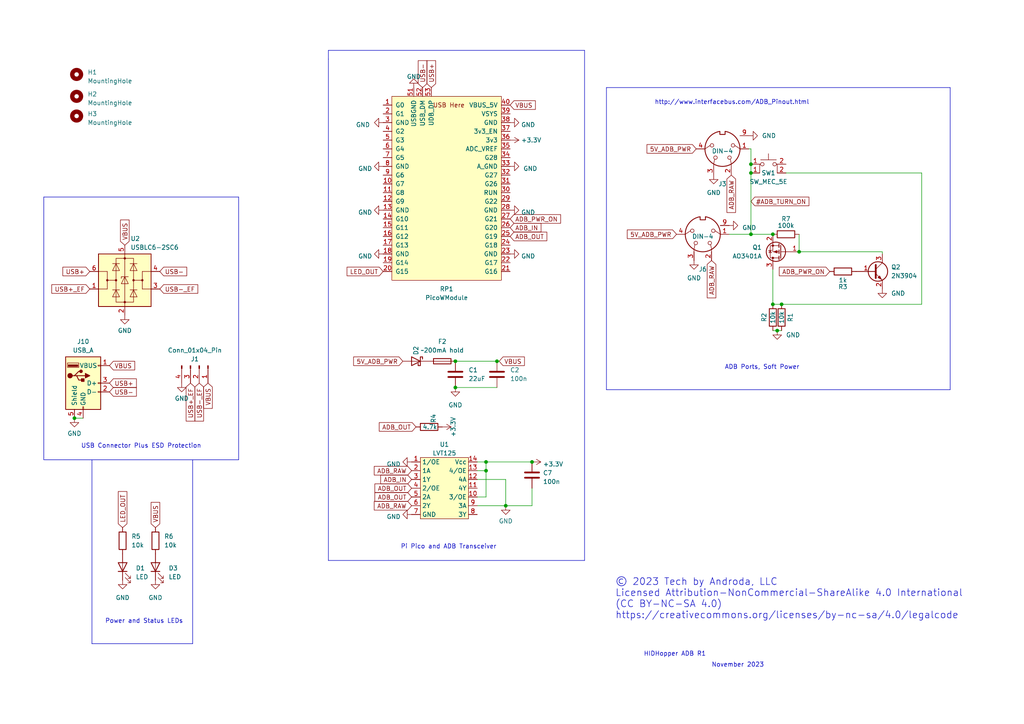
<source format=kicad_sch>
(kicad_sch (version 20230121) (generator eeschema)
  (paper "A4")
  (lib_symbols
    (symbol "Connector:Conn_01x04_Pin" (pin_names (offset 1.016) hide)
      (property "Reference" "J" (at 0 5.08 0))
      (property "Value" "Conn_01x04_Pin" (at 0 -7.62 0))
      (symbol "Conn_01x04_Pin_1_1"
        (polyline (pts (xy 1.27 -5.08) (xy 0.8636 -5.08)) (stroke (width 0.1524)))
        (polyline (pts (xy 1.27 -2.54) (xy 0.8636 -2.54)) (stroke (width 0.1524)))
        (polyline (pts (xy 1.27 0) (xy 0.8636 0)) (stroke (width 0.1524)))
        (polyline (pts (xy 1.27 2.54) (xy 0.8636 2.54)) (stroke (width 0.1524)))
        (rectangle (start 0.8636 -4.953) (end 0 -5.207) (stroke (width 0.1524)) (fill (type outline)))
        (rectangle (start 0.8636 -2.413) (end 0 -2.667) (stroke (width 0.1524)) (fill (type outline)))
        (rectangle (start 0.8636 0.127) (end 0 -0.127) (stroke (width 0.1524)) (fill (type outline)))
        (rectangle (start 0.8636 2.667) (end 0 2.413) (stroke (width 0.1524)) (fill (type outline)))
        (pin passive line (at 5.08 2.54 180) (length 3.81) (name "Pin_1") (number "1"))
        (pin passive line (at 5.08 0 180) (length 3.81) (name "Pin_2") (number "2"))
        (pin passive line (at 5.08 -2.54 180) (length 3.81) (name "Pin_3") (number "3"))
        (pin passive line (at 5.08 -5.08 180) (length 3.81) (name "Pin_4") (number "4"))
      )
    )
    (symbol "Connector:DIN-4" (pin_names (offset 1.016))
      (property "Reference" "J3" (at -0.0001 10.16 0))
      (property "Value" "DIN-4" (at -0.0001 7.62 0))
      (symbol "DIN-4_0_1"
        (arc (start -5.08 0) (mid -3.8609 -3.3364) (end -0.762 -5.08) (stroke (width 0.254)))
        (circle (center -3.048 -1.016) (radius 0.508))
        (circle (center -2.032 2.54) (radius 0.508))
        (polyline (pts (xy -3.556 -1.016) (xy -5.08 0)))
        (polyline (pts (xy 5.08 0) (xy 3.556 -1.016)))
        (polyline (pts (xy -2.54 5.08) (xy -2.54 4.318) (xy -2.286 3.048)))
        (polyline (pts (xy 2.54 5.08) (xy 2.54 4.318) (xy 2.286 3.048)))
        (polyline (pts (xy -0.762 -4.953) (xy -0.762 -4.191) (xy 0.762 -4.191) (xy 0.762 -4.953)) (stroke (width 0.254)))
        (arc (start 0.762 -5.08) (mid 3.8685 -3.343) (end 5.08 0) (stroke (width 0.254)))
        (circle (center 2.032 2.54) (radius 0.508))
        (circle (center 3.048 -1.016) (radius 0.508))
        (arc (start 5.08 0) (mid 0 5.0579) (end -5.08 0) (stroke (width 0.254)))
      )
      (symbol "DIN-4_1_1"
        (pin passive line (at -7.62 0 0) (length 2.54) (name "~") (number "1"))
        (pin passive line (at -2.54 7.62 270) (length 2.54) (name "~") (number "2"))
        (pin passive line (at 2.54 7.62 270) (length 2.54) (name "~") (number "3"))
        (pin passive line (at 7.62 0 180) (length 2.54) (name "~") (number "4"))
        (pin input line (at -7.62 -3.81 0) (length 2.54) (name "") (number "9"))
      )
    )
    (symbol "Connector:USB_A" (pin_names (offset 1.016))
      (property "Reference" "J" (at -5.08 11.43 0))
      (property "Value" "USB_A" (at -5.08 8.89 0))
      (symbol "USB_A_0_1"
        (rectangle (start -5.08 -7.62) (end 5.08 7.62) (stroke (width 0.254)) (fill (type background)))
        (circle (center -3.81 2.159) (radius 0.635) (stroke (width 0.254)) (fill (type outline)))
        (rectangle (start -1.524 4.826) (end -4.318 5.334) (fill (type outline)))
        (rectangle (start -1.27 4.572) (end -4.572 5.842))
        (circle (center -0.635 3.429) (radius 0.381) (stroke (width 0.254)) (fill (type outline)))
        (rectangle (start -0.127 -7.62) (end 0.127 -6.858))
        (polyline (pts (xy -3.175 2.159) (xy -2.54 2.159) (xy -1.27 3.429) (xy -0.635 3.429)) (stroke (width 0.254)))
        (polyline (pts (xy -2.54 2.159) (xy -1.905 2.159) (xy -1.27 0.889) (xy 0 0.889)) (stroke (width 0.254)))
        (polyline (pts (xy 0.635 2.794) (xy 0.635 1.524) (xy 1.905 2.159) (xy 0.635 2.794)) (stroke (width 0.254)) (fill (type outline)))
        (rectangle (start 0.254 1.27) (end -0.508 0.508) (stroke (width 0.254)) (fill (type outline)))
        (rectangle (start 5.08 -2.667) (end 4.318 -2.413))
        (rectangle (start 5.08 -0.127) (end 4.318 0.127))
        (rectangle (start 5.08 4.953) (end 4.318 5.207))
      )
      (symbol "USB_A_1_1"
        (polyline (pts (xy -1.905 2.159) (xy 0.635 2.159)) (stroke (width 0.254)))
        (pin power_in line (at 7.62 5.08 180) (length 2.54) (name "VBUS") (number "1"))
        (pin bidirectional line (at 7.62 -2.54 180) (length 2.54) (name "D-") (number "2"))
        (pin bidirectional line (at 7.62 0 180) (length 2.54) (name "D+") (number "3"))
        (pin power_in line (at 0 -10.16 90) (length 2.54) (name "GND") (number "4"))
        (pin passive line (at -2.54 -10.16 90) (length 2.54) (name "Shield") (number "5"))
      )
    )
    (symbol "DIN-4_1" (pin_names (offset 1.016))
      (property "Reference" "J6" (at -0.0001 10.16 0))
      (property "Value" "DIN-4" (at -0.0001 7.62 0))
      (symbol "DIN-4_1_0_1"
        (arc (start -5.08 0) (mid -3.8609 -3.3364) (end -0.762 -5.08) (stroke (width 0.254)))
        (circle (center -3.048 -1.016) (radius 0.508))
        (circle (center -2.032 2.54) (radius 0.508))
        (polyline (pts (xy -3.556 -1.016) (xy -5.08 0)))
        (polyline (pts (xy 5.08 0) (xy 3.556 -1.016)))
        (polyline (pts (xy -2.54 5.08) (xy -2.54 4.318) (xy -2.286 3.048)))
        (polyline (pts (xy 2.54 5.08) (xy 2.54 4.318) (xy 2.286 3.048)))
        (polyline (pts (xy -0.762 -4.953) (xy -0.762 -4.191) (xy 0.762 -4.191) (xy 0.762 -4.953)) (stroke (width 0.254)))
        (arc (start 0.762 -5.08) (mid 3.8685 -3.343) (end 5.08 0) (stroke (width 0.254)))
        (circle (center 2.032 2.54) (radius 0.508))
        (circle (center 3.048 -1.016) (radius 0.508))
        (arc (start 5.08 0) (mid 0 5.0579) (end -5.08 0) (stroke (width 0.254)))
      )
      (symbol "DIN-4_1_1_1"
        (pin passive line (at -7.62 0 0) (length 2.54) (name "~") (number "1"))
        (pin passive line (at -2.54 7.62 270) (length 2.54) (name "~") (number "2"))
        (pin passive line (at 2.54 7.62 270) (length 2.54) (name "~") (number "3"))
        (pin passive line (at 7.62 0 180) (length 2.54) (name "~") (number "4"))
        (pin input line (at -7.62 -2.54 0) (length 2.54) (name "") (number "9"))
      )
    )
    (symbol "Device:C" (pin_numbers hide) (pin_names (offset 0.254))
      (property "Reference" "C" (at 0.635 2.54 0))
      (property "Value" "C" (at 0.635 -2.54 0))
      (symbol "C_0_1"
        (polyline (pts (xy -2.032 -0.762) (xy 2.032 -0.762)) (stroke (width 0.508)))
        (polyline (pts (xy -2.032 0.762) (xy 2.032 0.762)) (stroke (width 0.508)))
      )
      (symbol "C_1_1"
        (pin passive line (at 0 3.81 270) (length 2.794) (name "~") (number "1"))
        (pin passive line (at 0 -3.81 90) (length 2.794) (name "~") (number "2"))
      )
    )
    (symbol "Device:D_Schottky" (pin_numbers hide) (pin_names (offset 1.016) hide)
      (property "Reference" "D" (at 0 2.54 0))
      (property "Value" "D_Schottky" (at 0 -2.54 0))
      (symbol "D_Schottky_0_1"
        (polyline (pts (xy 1.27 0) (xy -1.27 0)))
        (polyline (pts (xy 1.27 1.27) (xy 1.27 -1.27) (xy -1.27 0) (xy 1.27 1.27)) (stroke (width 0.254)))
        (polyline (pts (xy -1.905 0.635) (xy -1.905 1.27) (xy -1.27 1.27) (xy -1.27 -1.27) (xy -0.635 -1.27) (xy -0.635 -0.635)) (stroke (width 0.254)))
      )
      (symbol "D_Schottky_1_1"
        (pin passive line (at -3.81 0 0) (length 2.54) (name "K") (number "1"))
        (pin passive line (at 3.81 0 180) (length 2.54) (name "A") (number "2"))
      )
    )
    (symbol "Device:Fuse" (pin_numbers hide) (pin_names (offset 0))
      (property "Reference" "F" (at 2.032 0 90))
      (property "Value" "Fuse" (at -1.905 0 90))
      (symbol "Fuse_0_1"
        (rectangle (start -0.762 -2.54) (end 0.762 2.54) (stroke (width 0.254)))
        (polyline (pts (xy 0 2.54) (xy 0 -2.54)))
      )
      (symbol "Fuse_1_1"
        (pin passive line (at 0 3.81 270) (length 1.27) (name "~") (number "1"))
        (pin passive line (at 0 -3.81 90) (length 1.27) (name "~") (number "2"))
      )
    )
    (symbol "Device:LED" (pin_numbers hide) (pin_names (offset 1.016) hide)
      (property "Reference" "D" (at 0 2.54 0))
      (property "Value" "LED" (at 0 -2.54 0))
      (symbol "LED_0_1"
        (polyline (pts (xy -1.27 -1.27) (xy -1.27 1.27)) (stroke (width 0.254)))
        (polyline (pts (xy -1.27 0) (xy 1.27 0)))
        (polyline (pts (xy 1.27 -1.27) (xy 1.27 1.27) (xy -1.27 0) (xy 1.27 -1.27)) (stroke (width 0.254)))
        (polyline (pts (xy -3.048 -0.762) (xy -4.572 -2.286) (xy -3.81 -2.286) (xy -4.572 -2.286) (xy -4.572 -1.524)))
        (polyline (pts (xy -1.778 -0.762) (xy -3.302 -2.286) (xy -2.54 -2.286) (xy -3.302 -2.286) (xy -3.302 -1.524)))
      )
      (symbol "LED_1_1"
        (pin passive line (at -3.81 0 0) (length 2.54) (name "K") (number "1"))
        (pin passive line (at 3.81 0 180) (length 2.54) (name "A") (number "2"))
      )
    )
    (symbol "Device:R" (pin_numbers hide) (pin_names (offset 0))
      (property "Reference" "R" (at 2.032 0 90))
      (property "Value" "R" (at 0 0 90))
      (symbol "R_0_1"
        (rectangle (start -1.016 -2.54) (end 1.016 2.54) (stroke (width 0.254)))
      )
      (symbol "R_1_1"
        (pin passive line (at 0 3.81 270) (length 1.27) (name "~") (number "1"))
        (pin passive line (at 0 -3.81 90) (length 1.27) (name "~") (number "2"))
      )
    )
    (symbol "Mechanical:MountingHole" (pin_names (offset 1.016))
      (property "Reference" "H" (at 0 5.08 0))
      (property "Value" "MountingHole" (at 0 3.175 0))
      (symbol "MountingHole_0_1"
        (circle (center 0 0) (radius 1.27) (stroke (width 1.27)))
      )
    )
    (symbol "New_Library:LVT125"
      (property "Reference" "U" (at 0 0 0))
      (property "Value" "LVT125" (at 0 2.54 0))
      (symbol "LVT125_0_1"
        (rectangle (start -7.62 -1.27) (end 6.35 -19.05) (fill (type background)))
        (rectangle (start 7.62 -12.7) (end 7.62 -12.7))
      )
      (symbol "LVT125_1_1"
        (pin input line (at -10.16 -2.54 0) (length 2.54) (name "1/OE") (number "1"))
        (pin bidirectional line (at 8.89 -12.7 180) (length 2.54) (name "3/OE") (number "10"))
        (pin bidirectional line (at 8.89 -10.16 180) (length 2.54) (name "4Y") (number "11"))
        (pin bidirectional line (at 8.89 -7.62 180) (length 2.54) (name "4A") (number "12"))
        (pin bidirectional line (at 8.89 -5.08 180) (length 2.54) (name "4/OE") (number "13"))
        (pin bidirectional line (at 8.89 -2.54 180) (length 2.54) (name "Vcc") (number "14"))
        (pin bidirectional line (at -10.16 -5.08 0) (length 2.54) (name "1A") (number "2"))
        (pin bidirectional line (at -10.16 -7.62 0) (length 2.54) (name "1Y") (number "3"))
        (pin bidirectional line (at -10.16 -10.16 0) (length 2.54) (name "2/OE") (number "4"))
        (pin bidirectional line (at -10.16 -12.7 0) (length 2.54) (name "2A") (number "5"))
        (pin bidirectional line (at -10.16 -15.24 0) (length 2.54) (name "2Y") (number "6"))
        (pin bidirectional line (at -10.16 -17.78 0) (length 2.54) (name "GND") (number "7"))
        (pin bidirectional line (at 8.89 -17.78 180) (length 2.54) (name "3Y") (number "8"))
        (pin bidirectional line (at 8.89 -15.24 180) (length 2.54) (name "3A") (number "9"))
      )
    )
    (symbol "New_Library:PicoWModule" (pin_names (offset 1.016))
      (property "Reference" "RP1" (at 0 -10.16 0))
      (property "Value" "PicoWModule" (at 0 -12.7 0))
      (symbol "PicoWModule_0_0"
        (text "USB Here" (at 1.27 -3.81 0) (effects (font (size 1.27 1.27))))
      )
      (symbol "PicoWModule_0_1"
        (rectangle (start 16.51 -1.27) (end -15.24 -54.61) (fill (type background)))
      )
      (symbol "PicoWModule_1_1"
        (pin bidirectional line (at -17.78 -3.81 0) (length 2.54) (name "G0") (number "1"))
        (pin bidirectional line (at -17.78 -26.67 0) (length 2.54) (name "G7") (number "10"))
        (pin bidirectional line (at -17.78 -29.21 0) (length 2.54) (name "G8") (number "11"))
        (pin bidirectional line (at -17.78 -31.75 0) (length 2.54) (name "G9") (number "12"))
        (pin bidirectional line (at -17.78 -34.29 0) (length 2.54) (name "GND") (number "13"))
        (pin bidirectional line (at -17.78 -36.83 0) (length 2.54) (name "G10") (number "14"))
        (pin bidirectional line (at -17.78 -39.37 0) (length 2.54) (name "G11") (number "15"))
        (pin bidirectional line (at -17.78 -41.91 0) (length 2.54) (name "G12") (number "16"))
        (pin bidirectional line (at -17.78 -44.45 0) (length 2.54) (name "G13") (number "17"))
        (pin power_in line (at -17.78 -46.99 0) (length 2.54) (name "GND") (number "18"))
        (pin power_in line (at -17.78 -49.53 0) (length 2.54) (name "G14") (number "19"))
        (pin bidirectional line (at -17.78 -6.35 0) (length 2.54) (name "G1") (number "2"))
        (pin power_in line (at -17.78 -52.07 0) (length 2.54) (name "G15") (number "20"))
        (pin power_in line (at 19.05 -52.07 180) (length 2.54) (name "G16") (number "21"))
        (pin bidirectional line (at 19.05 -49.53 180) (length 2.54) (name "G17") (number "22"))
        (pin bidirectional line (at 19.05 -46.99 180) (length 2.54) (name "GND") (number "23"))
        (pin bidirectional line (at 19.05 -44.45 180) (length 2.54) (name "G18") (number "24"))
        (pin input line (at 19.05 -41.91 180) (length 2.54) (name "G19") (number "25"))
        (pin bidirectional line (at 19.05 -39.37 180) (length 2.54) (name "G20") (number "26"))
        (pin bidirectional line (at 19.05 -36.83 180) (length 2.54) (name "G21") (number "27"))
        (pin bidirectional line (at 19.05 -34.29 180) (length 2.54) (name "GND") (number "28"))
        (pin bidirectional line (at 19.05 -31.75 180) (length 2.54) (name "G22") (number "29"))
        (pin bidirectional line (at -17.78 -8.89 0) (length 2.54) (name "GND") (number "3"))
        (pin bidirectional line (at 19.05 -29.21 180) (length 2.54) (name "RUN") (number "30"))
        (pin bidirectional line (at 19.05 -26.67 180) (length 2.54) (name "G26") (number "31"))
        (pin bidirectional line (at 19.05 -24.13 180) (length 2.54) (name "G27") (number "32"))
        (pin bidirectional line (at 19.05 -21.59 180) (length 2.54) (name "A_GND") (number "33"))
        (pin bidirectional line (at 19.05 -19.05 180) (length 2.54) (name "G28") (number "34"))
        (pin bidirectional line (at 19.05 -16.51 180) (length 2.54) (name "ADC_VREF") (number "35"))
        (pin bidirectional line (at 19.05 -13.97 180) (length 2.54) (name "3v3") (number "36"))
        (pin bidirectional line (at 19.05 -11.43 180) (length 2.54) (name "3v3_EN") (number "37"))
        (pin power_in line (at 19.05 -8.89 180) (length 2.54) (name "GND") (number "38"))
        (pin power_in line (at 19.05 -6.35 180) (length 2.54) (name "VSYS") (number "39"))
        (pin bidirectional line (at -17.78 -11.43 0) (length 2.54) (name "G2") (number "4"))
        (pin power_in line (at 19.05 -3.81 180) (length 2.54) (name "VBUS_5V") (number "40"))
        (pin bidirectional line (at -17.78 -13.97 0) (length 2.54) (name "G3") (number "5"))
        (pin input line (at -8.89 1.27 270) (length 2.54) (name "USBGND") (number "51"))
        (pin input line (at -6.35 1.27 270) (length 2.54) (name "USB_DM") (number "52"))
        (pin input line (at -3.81 1.27 270) (length 2.54) (name "UDB_DP") (number "53"))
        (pin bidirectional line (at -17.78 -16.51 0) (length 2.54) (name "G4") (number "6"))
        (pin bidirectional line (at -17.78 -19.05 0) (length 2.54) (name "G5") (number "7"))
        (pin bidirectional line (at -17.78 -21.59 0) (length 2.54) (name "GND") (number "8"))
        (pin bidirectional line (at -17.78 -24.13 0) (length 2.54) (name "G6") (number "9"))
      )
    )
    (symbol "Power_Protection:USBLC6-2SC6" (pin_names hide)
      (property "Reference" "U" (at 2.54 8.89 0))
      (property "Value" "USBLC6-2SC6" (at 2.54 -8.89 0))
      (symbol "USBLC6-2SC6_0_1"
        (rectangle (start -7.62 -7.62) (end 7.62 7.62) (stroke (width 0.254)) (fill (type background)))
        (circle (center -5.08 0) (radius 0.254) (fill (type outline)))
        (circle (center -2.54 0) (radius 0.254) (fill (type outline)))
        (rectangle (start -2.54 6.35) (end 2.54 -6.35))
        (circle (center 0 -6.35) (radius 0.254) (fill (type outline)))
        (polyline (pts (xy -5.08 -2.54) (xy -7.62 -2.54)))
        (polyline (pts (xy -5.08 0) (xy -5.08 -2.54)))
        (polyline (pts (xy -5.08 2.54) (xy -7.62 2.54)))
        (polyline (pts (xy -1.524 -2.794) (xy -3.556 -2.794)))
        (polyline (pts (xy -1.524 4.826) (xy -3.556 4.826)))
        (polyline (pts (xy 0 -7.62) (xy 0 -6.35)))
        (polyline (pts (xy 0 -6.35) (xy 0 1.27)))
        (polyline (pts (xy 0 1.27) (xy 0 6.35)))
        (polyline (pts (xy 0 6.35) (xy 0 7.62)))
        (polyline (pts (xy 1.524 -2.794) (xy 3.556 -2.794)))
        (polyline (pts (xy 1.524 4.826) (xy 3.556 4.826)))
        (polyline (pts (xy 5.08 -2.54) (xy 7.62 -2.54)))
        (polyline (pts (xy 5.08 0) (xy 5.08 -2.54)))
        (polyline (pts (xy 5.08 2.54) (xy 7.62 2.54)))
        (polyline (pts (xy -2.54 0) (xy -5.08 0) (xy -5.08 2.54)))
        (polyline (pts (xy 2.54 0) (xy 5.08 0) (xy 5.08 2.54)))
        (polyline (pts (xy -3.556 -4.826) (xy -1.524 -4.826) (xy -2.54 -2.794) (xy -3.556 -4.826)))
        (polyline (pts (xy -3.556 2.794) (xy -1.524 2.794) (xy -2.54 4.826) (xy -3.556 2.794)))
        (polyline (pts (xy -1.016 -1.016) (xy 1.016 -1.016) (xy 0 1.016) (xy -1.016 -1.016)))
        (polyline (pts (xy 1.016 1.016) (xy 0.762 1.016) (xy -1.016 1.016) (xy -1.016 0.508)))
        (polyline (pts (xy 3.556 -4.826) (xy 1.524 -4.826) (xy 2.54 -2.794) (xy 3.556 -4.826)))
        (polyline (pts (xy 3.556 2.794) (xy 1.524 2.794) (xy 2.54 4.826) (xy 3.556 2.794)))
        (circle (center 0 6.35) (radius 0.254) (fill (type outline)))
        (circle (center 2.54 0) (radius 0.254) (fill (type outline)))
        (circle (center 5.08 0) (radius 0.254) (fill (type outline)))
      )
      (symbol "USBLC6-2SC6_1_1"
        (pin passive line (at -10.16 -2.54 0) (length 2.54) (name "I/O1") (number "1"))
        (pin passive line (at 0 -10.16 90) (length 2.54) (name "GND") (number "2"))
        (pin passive line (at 10.16 -2.54 180) (length 2.54) (name "I/O2") (number "3"))
        (pin passive line (at 10.16 2.54 180) (length 2.54) (name "I/O2") (number "4"))
        (pin passive line (at 0 10.16 270) (length 2.54) (name "VBUS") (number "5"))
        (pin passive line (at -10.16 2.54 0) (length 2.54) (name "I/O1") (number "6"))
      )
    )
    (symbol "Switch:SW_MEC_5E" (pin_names (offset 1.016) hide)
      (property "Reference" "SW1" (at 0 10.16 0))
      (property "Value" "SW_MEC_5E" (at 0 7.62 0))
      (symbol "SW_MEC_5E_0_1"
        (circle (center -1.778 2.54) (radius 0.508))
        (polyline (pts (xy -2.286 3.81) (xy 2.286 3.81)))
        (polyline (pts (xy 0 3.81) (xy 0 5.588)))
        (polyline (pts (xy -2.54 0) (xy -2.54 2.54) (xy -2.286 2.54)))
        (polyline (pts (xy 2.54 0) (xy 2.54 2.54) (xy 2.286 2.54)))
        (circle (center 1.778 2.54) (radius 0.508))
        (pin passive line (at -5.08 0 0) (length 2.54) (name "1") (number "1"))
        (pin passive line (at -5.08 2.54 0) (length 2.54) (name "1") (number "1"))
        (pin passive line (at 5.08 0 180) (length 2.54) (name "2") (number "2"))
        (pin passive line (at 5.08 2.54 180) (length 2.54) (name "2") (number "2"))
      )
    )
    (symbol "Transistor_BJT:2N3904" (pin_names (offset 0) hide)
      (property "Reference" "Q5" (at 5.08 1.2701 0))
      (property "Value" "2N3904" (at 5.08 -1.2699 0))
      (symbol "2N3904_0_1"
        (polyline (pts (xy 0.635 0.635) (xy 2.54 2.54)))
        (polyline (pts (xy 0.635 -0.635) (xy 2.54 -2.54) (xy 2.54 -2.54)))
        (polyline (pts (xy 0.635 1.905) (xy 0.635 -1.905) (xy 0.635 -1.905)) (stroke (width 0.508)))
        (polyline (pts (xy 1.27 -1.778) (xy 1.778 -1.27) (xy 2.286 -2.286) (xy 1.27 -1.778) (xy 1.27 -1.778)) (fill (type outline)))
        (circle (center 1.27 0) (radius 2.8194) (stroke (width 0.254)))
      )
      (symbol "2N3904_1_1"
        (pin passive line (at -5.08 0 0) (length 5.715) (name "B") (number "1"))
        (pin passive line (at 2.54 -5.08 90) (length 2.54) (name "E") (number "2"))
        (pin passive line (at 2.54 5.08 270) (length 2.54) (name "C") (number "3"))
      )
    )
    (symbol "Transistor_FET:AO3401A" (pin_names hide)
      (property "Reference" "Q" (at 5.08 1.905 0))
      (property "Value" "AO3401A" (at 5.08 0 0))
      (symbol "AO3401A_0_1"
        (polyline (pts (xy 0.254 0) (xy -2.54 0)))
        (polyline (pts (xy 0.254 1.905) (xy 0.254 -1.905)) (stroke (width 0.254)))
        (polyline (pts (xy 0.762 -1.27) (xy 0.762 -2.286)) (stroke (width 0.254)))
        (polyline (pts (xy 0.762 0.508) (xy 0.762 -0.508)) (stroke (width 0.254)))
        (polyline (pts (xy 0.762 2.286) (xy 0.762 1.27)) (stroke (width 0.254)))
        (polyline (pts (xy 2.54 2.54) (xy 2.54 1.778)))
        (polyline (pts (xy 2.54 -2.54) (xy 2.54 0) (xy 0.762 0)))
        (polyline (pts (xy 0.762 1.778) (xy 3.302 1.778) (xy 3.302 -1.778) (xy 0.762 -1.778)))
        (polyline (pts (xy 2.286 0) (xy 1.27 0.381) (xy 1.27 -0.381) (xy 2.286 0)) (fill (type outline)))
        (polyline (pts (xy 2.794 -0.508) (xy 2.921 -0.381) (xy 3.683 -0.381) (xy 3.81 -0.254)))
        (polyline (pts (xy 3.302 -0.381) (xy 2.921 0.254) (xy 3.683 0.254) (xy 3.302 -0.381)))
        (circle (center 1.651 0) (radius 2.794) (stroke (width 0.254)))
        (circle (center 2.54 -1.778) (radius 0.254) (fill (type outline)))
        (circle (center 2.54 1.778) (radius 0.254) (fill (type outline)))
      )
      (symbol "AO3401A_1_1"
        (pin input line (at -5.08 0 0) (length 2.54) (name "G") (number "1"))
        (pin passive line (at 2.54 -5.08 90) (length 2.54) (name "S") (number "2"))
        (pin passive line (at 2.54 5.08 270) (length 2.54) (name "D") (number "3"))
      )
    )
    (symbol "power:+3.3V" (power) (pin_names (offset 0))
      (property "Value" "+3.3V" (at 0 3.556 0))
      (symbol "+3.3V_0_1"
        (polyline (pts (xy -0.762 1.27) (xy 0 2.54)))
        (polyline (pts (xy 0 0) (xy 0 2.54)))
        (polyline (pts (xy 0 2.54) (xy 0.762 1.27)))
      )
      (symbol "+3.3V_1_1"
        (pin power_in line (at 0 0 90) (length 0) hide (name "+3.3V") (number "1"))
      )
    )
    (symbol "power:GND" (power) (pin_names (offset 0))
      (property "Value" "GND" (at 0 -3.81 0))
      (symbol "GND_0_1"
        (polyline (pts (xy 0 0) (xy 0 -1.27) (xy 1.27 -1.27) (xy 0 -2.54) (xy -1.27 -1.27) (xy 0 -1.27)))
      )
      (symbol "GND_1_1"
        (pin power_in line (at 0 0 270) (length 0) hide (name "GND") (number "1"))
      )
    )
  )
  (junction (at 144.145 104.775))
  (junction (at 132.08 104.775))
  (junction (at 140.97 133.985))
  (junction (at 217.805 67.945))
  (junction (at 217.805 47.625))
  (junction (at 225.425 95.885))
  (junction (at 132.08 112.395))
  (junction (at 224.155 88.265))
  (junction (at 217.805 50.165))
  (junction (at 146.685 146.685))
  (junction (at 224.155 67.945))
  (junction (at 226.695 88.265))
  (junction (at 21.59 121.285))
  (junction (at 154.305 133.985))
  (junction (at 231.775 73.025))
  (junction (at 140.97 136.525))
  (wire (pts (xy 217.805 47.625) (xy 217.805 43.18)))
  (wire (pts (xy 138.43 146.685) (xy 146.685 146.685)))
  (wire (pts (xy 154.305 146.685) (xy 146.685 146.685)))
  (wire (pts (xy 132.08 112.395) (xy 144.145 112.395)))
  (wire (pts (xy 255.905 73.025) (xy 255.905 73.66)))
  (wire (pts (xy 217.805 50.165) (xy 217.805 67.945)))
  (polyline (pts (xy 169.545 14.605) (xy 95.25 14.605)))
  (polyline (pts (xy 69.215 57.15) (xy 69.215 133.35)))
  (wire (pts (xy 144.78 104.775) (xy 144.145 104.775)))
  (wire (pts (xy 267.335 88.265) (xy 226.695 88.265)))
  (wire (pts (xy 146.685 139.065) (xy 146.685 146.685)))
  (wire (pts (xy 154.305 133.985) (xy 140.97 133.985)))
  (wire (pts (xy 140.97 136.525) (xy 140.97 144.145)))
  (polyline (pts (xy 95.25 162.56) (xy 169.545 162.56)))
  (polyline (pts (xy 26.67 133.35) (xy 26.67 186.69)))
  (wire (pts (xy 217.805 43.18) (xy 217.17 43.18)))
  (wire (pts (xy 231.775 73.025) (xy 255.905 73.025)))
  (wire (pts (xy 21.59 121.285) (xy 24.13 121.285)))
  (wire (pts (xy 140.97 136.525) (xy 140.97 133.985)))
  (wire (pts (xy 138.43 139.065) (xy 146.685 139.065)))
  (wire (pts (xy 211.455 67.945) (xy 217.805 67.945)))
  (wire (pts (xy 144.145 104.775) (xy 132.08 104.775)))
  (polyline (pts (xy 55.88 186.69) (xy 55.88 133.35)))
  (polyline (pts (xy 95.25 14.605) (xy 95.25 17.145)))
  (polyline (pts (xy 95.25 17.145) (xy 95.25 162.56)))
  (polyline (pts (xy 169.545 162.56) (xy 169.545 14.605)))
  (polyline (pts (xy 275.59 113.03) (xy 175.895 113.03)))
  (wire (pts (xy 231.775 67.945) (xy 231.775 73.025)))
  (polyline (pts (xy 69.215 133.35) (xy 12.7 133.35)))
  (polyline (pts (xy 175.895 25.4) (xy 175.895 113.03)))
  (polyline (pts (xy 12.7 57.15) (xy 69.215 57.15)))
  (wire (pts (xy 226.695 88.265) (xy 224.155 88.265)))
  (wire (pts (xy 154.305 141.605) (xy 154.305 146.685)))
  (polyline (pts (xy 26.67 186.69) (xy 55.88 186.69)))
  (polyline (pts (xy 175.895 25.4) (xy 275.59 25.4)))
  (polyline (pts (xy 275.59 25.4) (xy 275.59 113.03)))
  (wire (pts (xy 225.425 95.885) (xy 224.155 95.885)))
  (wire (pts (xy 217.805 47.625) (xy 217.805 50.165)))
  (wire (pts (xy 217.805 67.945) (xy 224.155 67.945)))
  (wire (pts (xy 226.695 95.885) (xy 225.425 95.885)))
  (polyline (pts (xy 12.7 57.15) (xy 12.7 133.35)))
  (wire (pts (xy 224.155 78.105) (xy 224.155 88.265)))
  (wire (pts (xy 227.965 50.165) (xy 267.335 50.165)))
  (wire (pts (xy 267.335 50.165) (xy 267.335 88.265)))
  (wire (pts (xy 138.43 144.145) (xy 140.97 144.145)))
  (wire (pts (xy 140.97 133.985) (xy 138.43 133.985)))
  (wire (pts (xy 138.43 136.525) (xy 140.97 136.525)))
  (text "Pi Pico and ADB Transceiver" (at 116.205 159.385 0) (effects (font (size 1.27 1.27)) (justify left bottom)))
  (text "HIDHopper ADB R1" (at 186.69 190.5 0) (effects (font (size 1.27 1.27)) (justify left bottom)))
  (text "ADB Ports, Soft Power" (at 210.185 107.315 0) (effects (font (size 1.27 1.27)) (justify left bottom)))
  (text "© 2023 Tech by Androda, LLC\nLicensed Attribution-NonCommercial-ShareAlike 4.0 International\n(CC BY-NC-SA 4.0)\nhttps://creativecommons.org/licenses/by-nc-sa/4.0/legalcode" (at 178.435 179.705 0) (effects (font (size 2 2)) (justify left bottom)))
  (text "November 2023" (at 206.375 193.675 0) (effects (font (size 1.27 1.27)) (justify left bottom)))
  (text "USB Connector Plus ESD Protection" (at 23.495 130.175 0) (effects (font (size 1.27 1.27)) (justify left bottom)))
  (text "http://www.interfacebus.com/ADB_Pinout.html" (at 189.865 30.48 0) (effects (font (size 1.27 1.27)) (justify left bottom)))
  (text "Power and Status LEDs" (at 30.48 180.975 0) (effects (font (size 1.27 1.27)) (justify left bottom)))
  (global_label "ADB_OUT" (shape input) (at 120.65 123.825 180) (property "Intersheetrefs" "${INTERSHEET_REFS}" (effects hide)))
  (global_label "ADB_RAW" (shape input) (at 119.38 136.525 180) (property "Intersheetrefs" "${INTERSHEET_REFS}" (effects hide)))
  (global_label "LED_OUT" (shape input) (at 35.56 153.035 90) (property "Intersheetrefs" "${INTERSHEET_REFS}" (effects hide)))
  (global_label "USB-" (shape input) (at 122.555 25.4 90) (property "Intersheetrefs" "${INTERSHEET_REFS}" (effects hide)))
  (global_label "VBUS" (shape input) (at 147.955 30.48 0) (property "Intersheetrefs" "${INTERSHEET_REFS}" (effects hide)))
  (global_label "ADB_OUT" (shape input) (at 119.38 144.145 180) (property "Intersheetrefs" "${INTERSHEET_REFS}" (effects hide)))
  (global_label "USB-_EF" (shape input) (at 46.355 83.82 0) (property "Intersheetrefs" "${INTERSHEET_REFS}" (effects hide)))
  (global_label "ADB_RAW" (shape input) (at 212.09 50.8 270) (property "Intersheetrefs" "${INTERSHEET_REFS}" (effects hide)))
  (global_label "VBUS" (shape input) (at 31.75 106.045 0) (property "Intersheetrefs" "${INTERSHEET_REFS}" (effects hide)))
  (global_label "USB-" (shape input) (at 46.355 78.74 0) (property "Intersheetrefs" "${INTERSHEET_REFS}" (effects hide)))
  (global_label "USB+" (shape input) (at 31.75 111.125 0) (property "Intersheetrefs" "${INTERSHEET_REFS}" (effects hide)))
  (global_label "USB+" (shape input) (at 125.095 25.4 90) (property "Intersheetrefs" "${INTERSHEET_REFS}" (effects hide)))
  (global_label "5V_ADB_PWR" (shape input) (at 196.215 67.945 180) (property "Intersheetrefs" "${INTERSHEET_REFS}" (effects hide)))
  (global_label "5V_ADB_PWR" (shape input) (at 201.93 43.18 180) (property "Intersheetrefs" "${INTERSHEET_REFS}" (effects hide)))
  (global_label "ADB_OUT" (shape input) (at 119.38 141.605 180) (property "Intersheetrefs" "${INTERSHEET_REFS}" (effects hide)))
  (global_label "VBUS" (shape input) (at 36.195 71.12 90) (property "Intersheetrefs" "${INTERSHEET_REFS}" (effects hide)))
  (global_label "VBUS" (shape input) (at 144.78 104.775 0) (property "Intersheetrefs" "${INTERSHEET_REFS}" (effects hide)))
  (global_label "ADB_IN" (shape input) (at 119.38 139.065 180) (property "Intersheetrefs" "${INTERSHEET_REFS}" (effects hide)))
  (global_label "USB+" (shape input) (at 26.035 78.74 180) (property "Intersheetrefs" "${INTERSHEET_REFS}" (effects hide)))
  (global_label "USB-" (shape input) (at 31.75 113.665 0) (property "Intersheetrefs" "${INTERSHEET_REFS}" (effects hide)))
  (global_label "ADB_PWR_ON" (shape input) (at 240.665 78.74 180) (property "Intersheetrefs" "${INTERSHEET_REFS}" (effects hide)))
  (global_label "USB+_EF" (shape input) (at 55.245 111.125 270) (property "Intersheetrefs" "${INTERSHEET_REFS}" (effects hide)))
  (global_label "ADB_RAW" (shape input) (at 206.375 75.565 270) (property "Intersheetrefs" "${INTERSHEET_REFS}" (effects hide)))
  (global_label "5V_ADB_PWR" (shape input) (at 116.84 104.775 180) (property "Intersheetrefs" "${INTERSHEET_REFS}" (effects hide)))
  (global_label "ADB_PWR_ON" (shape input) (at 147.955 63.5 0) (property "Intersheetrefs" "${INTERSHEET_REFS}" (effects hide)))
  (global_label "ADB_RAW" (shape input) (at 119.38 146.685 180) (property "Intersheetrefs" "${INTERSHEET_REFS}" (effects hide)))
  (global_label "LED_OUT" (shape input) (at 111.125 78.74 180) (property "Intersheetrefs" "${INTERSHEET_REFS}" (effects hide)))
  (global_label "#ADB_TURN_ON" (shape input) (at 217.805 58.42 0) (property "Intersheetrefs" "${INTERSHEET_REFS}" (effects hide)))
  (global_label "USB-_EF" (shape input) (at 57.785 111.125 270) (property "Intersheetrefs" "${INTERSHEET_REFS}" (effects hide)))
  (global_label "VBUS" (shape input) (at 45.085 153.035 90) (property "Intersheetrefs" "${INTERSHEET_REFS}" (effects hide)))
  (global_label "VBUS" (shape input) (at 60.325 111.125 270) (property "Intersheetrefs" "${INTERSHEET_REFS}" (effects hide)))
  (global_label "ADB_IN" (shape input) (at 147.955 66.04 0) (property "Intersheetrefs" "${INTERSHEET_REFS}" (effects hide)))
  (global_label "USB+_EF" (shape input) (at 26.035 83.82 180) (property "Intersheetrefs" "${INTERSHEET_REFS}" (effects hide)))
  (global_label "ADB_OUT" (shape input) (at 147.955 68.58 0) (property "Intersheetrefs" "${INTERSHEET_REFS}" (effects hide)))
  (symbol (lib_id "power:+3.3V") (at 147.955 40.64 270) (unit 1)
    (property "Reference" "#PWR01" (effects hide))
    (property "Value" "+3.3V" (at 151.13 40.64 90) (effects (justify left)))
  )
  (symbol (lib_id "Device:R") (at 224.155 92.075 180) (unit 1)
    (property "Reference" "R2" (at 221.615 92.075 90))
    (property "Value" "10k" (at 224.155 92.075 90))
    (property "Footprint" "Resistor_SMD:R_0603_1608Metric" (effects hide))
  )
  (symbol (lib_id "Mechanical:MountingHole") (at 22.225 27.94 0) (unit 1)
    (property "Reference" "H2" (at 25.4 27.305 0) (effects (justify left)))
    (property "Value" "MountingHole" (at 25.4 29.845 0) (effects (justify left)))
    (property "Footprint" "MountingHole:MountingHole_3.2mm_M3" (effects hide))
  )
  (symbol (lib_id "power:GND") (at 147.955 35.56 90) (unit 1)
    (property "Reference" "#PWR0112" (effects hide))
    (property "Value" "GND" (at 151.13 36.195 90) (effects (justify right)))
  )
  (symbol (lib_id "New_Library:LVT125") (at 129.54 131.445 0) (unit 1)
    (property "Reference" "U1" (at 128.905 128.905 0))
    (property "Value" "LVT125" (at 128.905 131.445 0))
    (property "Footprint" "Package_SO:TSSOP-14_4.4x5mm_P0.65mm" (effects hide))
  )
  (symbol (lib_id "power:GND") (at 45.085 168.275 0) (unit 1)
    (property "Reference" "#PWR08" (effects hide))
    (property "Value" "GND" (at 45.085 173.355 0))
  )
  (symbol (lib_id "Transistor_FET:AO3401A") (at 226.695 73.025 180) (unit 1)
    (property "Reference" "Q1" (at 220.98 71.755 0) (effects (justify left)))
    (property "Value" "AO3401A" (at 220.98 74.295 0) (effects (justify left)))
    (property "Footprint" "Package_TO_SOT_SMD:SOT-23" (effects hide))
    (property "Datasheet" "http://www.aosmd.com/pdfs/datasheet/AO3401A.pdf" (effects hide))
  )
  (symbol (lib_id "power:GND") (at 132.08 112.395 0) (unit 1)
    (property "Reference" "#PWR05" (effects hide))
    (property "Value" "GND" (at 132.08 117.475 0))
  )
  (symbol (lib_id "Mechanical:MountingHole") (at 22.225 21.59 0) (unit 1)
    (property "Reference" "H1" (at 25.4 20.955 0) (effects (justify left)))
    (property "Value" "MountingHole" (at 25.4 23.495 0) (effects (justify left)))
    (property "Footprint" "MountingHole:MountingHole_3.2mm_M3" (effects hide))
  )
  (symbol (lib_id "Device:C") (at 144.145 108.585 0) (unit 1)
    (property "Reference" "C2" (at 147.955 107.315 0) (effects (justify left)))
    (property "Value" "100n" (at 147.955 109.855 0) (effects (justify left)))
    (property "Footprint" "Capacitor_SMD:C_0805_2012Metric" (effects hide))
  )
  (symbol (lib_id "power:GND") (at 217.17 39.37 90) (unit 1)
    (property "Reference" "#PWR0122" (effects hide))
    (property "Value" "GND" (at 220.98 39.37 90) (effects (justify right)))
  )
  (symbol (lib_id "power:GND") (at 119.38 133.985 270) (unit 1)
    (property "Reference" "#PWR0117" (effects hide))
    (property "Value" "GND" (at 116.205 134.62 90) (effects (justify right)))
  )
  (symbol (lib_id "power:GND") (at 111.125 48.26 270) (unit 1)
    (property "Reference" "#PWR0110" (effects hide))
    (property "Value" "GND" (at 107.95 48.895 90) (effects (justify right)))
  )
  (symbol (lib_id "power:GND") (at 36.195 91.44 0) (unit 1)
    (property "Reference" "#PWR06" (effects hide))
    (property "Value" "GND" (at 36.195 95.885 0))
  )
  (symbol (lib_id "Power_Protection:USBLC6-2SC6") (at 36.195 81.28 0) (unit 1)
    (property "Reference" "U2" (at 37.8461 69.215 0) (effects (justify left)))
    (property "Value" "USBLC6-2SC6" (at 37.8461 71.755 0) (effects (justify left)))
    (property "Footprint" "Package_TO_SOT_SMD:SOT-23-6" (effects hide))
    (property "Datasheet" "https://www.st.com/resource/en/datasheet/usblc6-2.pdf" (effects hide))
  )
  (symbol (lib_id "power:GND") (at 21.59 121.285 0) (unit 1)
    (property "Reference" "#PWR024" (effects hide))
    (property "Value" "GND" (at 21.59 125.73 0))
  )
  (symbol (lib_id "power:GND") (at 201.295 75.565 0) (unit 1)
    (property "Reference" "#PWR0114" (effects hide))
    (property "Value" "GND" (at 201.295 80.645 0))
  )
  (symbol (lib_id "power:+3.3V") (at 128.27 123.825 270) (unit 1)
    (property "Reference" "#PWR03" (effects hide))
    (property "Value" "+3.3V" (at 131.445 123.825 0))
  )
  (symbol (lib_id "Mechanical:MountingHole") (at 22.225 33.655 0) (unit 1)
    (property "Reference" "H3" (at 25.4 33.02 0) (effects (justify left)))
    (property "Value" "MountingHole" (at 25.4 35.56 0) (effects (justify left)))
    (property "Footprint" "MountingHole:MountingHole_3.2mm_M3" (effects hide))
  )
  (symbol (lib_id "power:GND") (at 35.56 168.275 0) (unit 1)
    (property "Reference" "#PWR07" (effects hide))
    (property "Value" "GND" (at 35.56 173.355 0))
  )
  (symbol (lib_id "power:GND") (at 146.685 146.685 0) (unit 1)
    (property "Reference" "#PWR0119" (effects hide))
    (property "Value" "GND" (at 146.685 151.13 0))
  )
  (symbol (lib_id "Device:Fuse") (at 128.27 104.775 270) (mirror x) (unit 1)
    (property "Reference" "F2" (at 128.27 99.06 90))
    (property "Value" "~200mA hold" (at 128.27 101.6 90))
    (property "Footprint" "Fuse:Fuse_0603_1608Metric" (effects hide))
  )
  (symbol (lib_id "Device:R") (at 226.695 92.075 0) (unit 1)
    (property "Reference" "R1" (at 229.235 92.075 90))
    (property "Value" "10k" (at 226.695 92.075 90))
    (property "Footprint" "Resistor_SMD:R_0603_1608Metric" (effects hide))
  )
  (symbol (lib_id "Switch:SW_MEC_5E") (at 222.885 50.165 0) (unit 1)
    (property "Reference" "SW1" (at 222.885 50.165 0))
    (property "Value" "SW_MEC_5E" (at 222.885 52.705 0))
    (property "Footprint" "Library:TS-1187A-B-A-B" (effects hide))
    (property "Datasheet" "http://www.apem.com/int/index.php?controller=attachment&id_attachment=1371" (effects hide))
  )
  (symbol (lib_id "Device:C") (at 132.08 108.585 0) (unit 1)
    (property "Reference" "C1" (at 135.89 107.315 0) (effects (justify left)))
    (property "Value" "22uF" (at 135.89 109.855 0) (effects (justify left)))
    (property "Footprint" "Capacitor_SMD:C_1206_3216Metric" (effects hide))
  )
  (symbol (lib_id "power:GND") (at 147.955 48.26 90) (unit 1)
    (property "Reference" "#PWR0113" (effects hide))
    (property "Value" "GND" (at 151.765 48.895 90) (effects (justify right)))
  )
  (symbol (lib_id "Device:C") (at 154.305 137.795 0) (unit 1)
    (property "Reference" "C7" (at 157.48 137.16 0) (effects (justify left)))
    (property "Value" "100n" (at 157.48 139.7 0) (effects (justify left)))
    (property "Footprint" "Capacitor_SMD:C_0805_2012Metric" (effects hide))
  )
  (symbol (lib_id "power:GND") (at 111.125 73.66 270) (unit 1)
    (property "Reference" "#PWR0108" (effects hide))
    (property "Value" "GND" (at 107.95 74.295 90) (effects (justify right)))
  )
  (symbol (lib_id "Connector:DIN-4") (at 209.55 43.18 180) (unit 1)
    (property "Reference" "J3" (at 209.5501 53.34 0))
    (property "Value" "DIN-4" (at 209.55 43.815 0))
    (property "Footprint" "Library:ADB_MDR4_MINI-DIN" (effects hide))
    (property "Datasheet" "http://www.mouser.com/ds/2/18/40_c091_abd_e-75918.pdf" (effects hide))
  )
  (symbol (lib_id "Device:R") (at 45.085 156.845 0) (unit 1)
    (property "Reference" "R6" (at 47.625 155.575 0) (effects (justify left)))
    (property "Value" "10k" (at 47.625 158.115 0) (effects (justify left)))
    (property "Footprint" "Resistor_SMD:R_0603_1608Metric" (effects hide))
  )
  (symbol (lib_id "power:GND") (at 111.125 60.96 270) (unit 1)
    (property "Reference" "#PWR0109" (effects hide))
    (property "Value" "GND" (at 107.95 61.595 90) (effects (justify right)))
  )
  (symbol (lib_id "New_Library:PicoWModule") (at 128.905 26.67 0) (unit 1)
    (property "Reference" "RP1" (at 129.54 83.82 0))
    (property "Value" "PicoWModule" (at 129.54 86.36 0))
    (property "Footprint" "Library:Raspberry_Pi_PicoW_SMT_THT" (effects hide))
  )
  (symbol (lib_id "Transistor_BJT:2N3904") (at 253.365 78.74 0) (unit 1)
    (property "Reference" "Q2" (at 258.445 77.4699 0) (effects (justify left)))
    (property "Value" "2N3904" (at 258.445 80.0099 0) (effects (justify left)))
    (property "Footprint" "Package_TO_SOT_SMD:SOT-23" (effects hide))
    (property "Datasheet" "https://www.onsemi.com/pub/Collateral/2N3903-D.PDF" (effects hide))
  )
  (symbol (lib_id "Device:LED") (at 35.56 164.465 90) (unit 1)
    (property "Reference" "D1" (at 39.37 164.7825 90) (effects (justify right)))
    (property "Value" "LED" (at 39.37 167.3225 90) (effects (justify right)))
    (property "Footprint" "LED_SMD:LED_0805_2012Metric" (effects hide))
  )
  (symbol (lib_id "Device:R") (at 35.56 156.845 0) (unit 1)
    (property "Reference" "R5" (at 38.1 155.575 0) (effects (justify left)))
    (property "Value" "10k" (at 38.1 158.115 0) (effects (justify left)))
    (property "Footprint" "Resistor_SMD:R_0603_1608Metric" (effects hide))
  )
  (symbol (lib_id "power:GND") (at 119.38 149.225 270) (unit 1)
    (property "Reference" "#PWR0105" (effects hide))
    (property "Value" "GND" (at 116.205 149.86 90) (effects (justify right)))
  )
  (symbol (lib_id "power:GND") (at 225.425 95.885 0) (unit 1)
    (property "Reference" "#PWR0101" (effects hide))
    (property "Value" "GND" (at 227.965 97.155 0) (effects (justify left)))
  )
  (symbol (lib_id "power:GND") (at 211.455 65.405 90) (unit 1)
    (property "Reference" "#PWR0116" (effects hide))
    (property "Value" "GND" (at 215.265 66.04 90) (effects (justify right)))
  )
  (symbol (lib_id "Device:D_Schottky") (at 120.65 104.775 0) (mirror y) (unit 1)
    (property "Reference" "D2" (at 120.65 100.33 90) (effects (justify right)))
    (property "Value" "D_Schottky" (effects hide))
    (property "Footprint" "Diode_SMD:D_SMA" (effects hide))
  )
  (symbol (lib_id "Device:R") (at 124.46 123.825 90) (unit 1)
    (property "Reference" "R4" (at 125.73 120.015 0) (effects (justify right)))
    (property "Value" "4.7k" (at 122.555 123.825 90) (effects (justify right)))
    (property "Footprint" "Resistor_SMD:R_0603_1608Metric" (effects hide))
  )
  (symbol (lib_id "power:GND") (at 147.955 73.66 90) (unit 1)
    (property "Reference" "#PWR0106" (effects hide))
    (property "Value" "GND" (at 151.13 74.295 90) (effects (justify right)))
  )
  (symbol (lib_id "power:GND") (at 255.905 83.82 0) (unit 1)
    (property "Reference" "#PWR09" (effects hide))
    (property "Value" "GND" (at 258.445 85.09 0) (effects (justify left)))
  )
  (symbol (lib_id "Connector:Conn_01x04_Pin") (at 57.785 106.045 270) (unit 1)
    (property "Reference" "J1" (at 56.515 104.14 90))
    (property "Value" "Conn_01x04_Pin" (at 56.515 101.6 90))
    (property "Footprint" "Connector_PinHeader_2.54mm:PinHeader_1x04_P2.54mm_Vertical" (effects hide))
  )
  (symbol (lib_id "Device:R") (at 244.475 78.74 270) (unit 1)
    (property "Reference" "R3" (at 244.475 83.185 90))
    (property "Value" "1k" (at 244.475 81.28 90))
    (property "Footprint" "Resistor_SMD:R_0603_1608Metric" (effects hide))
  )
  (symbol (lib_id "power:+3.3V") (at 154.305 133.985 270) (unit 1)
    (property "Reference" "#PWR02" (effects hide))
    (property "Value" "+3.3V" (at 157.48 134.62 90) (effects (justify left)))
  )
  (symbol (lib_id "Device:R") (at 227.965 67.945 90) (unit 1)
    (property "Reference" "R7" (at 227.965 63.5 90))
    (property "Value" "100k" (at 227.965 65.405 90))
    (property "Footprint" "Resistor_SMD:R_0603_1608Metric" (effects hide))
  )
  (symbol (lib_name "DIN-4_1") (lib_id "Connector:DIN-4") (at 203.835 67.945 180) (unit 1)
    (property "Reference" "J6" (at 203.8351 78.105 0))
    (property "Value" "DIN-4" (at 203.835 68.58 0))
    (property "Footprint" "Library:ADB_MDR4_MINI-DIN" (effects hide))
    (property "Datasheet" "http://www.mouser.com/ds/2/18/40_c091_abd_e-75918.pdf" (effects hide))
  )
  (symbol (lib_id "Device:LED") (at 45.085 164.465 90) (unit 1)
    (property "Reference" "D3" (at 48.895 164.7825 90) (effects (justify right)))
    (property "Value" "LED" (at 48.895 167.3225 90) (effects (justify right)))
    (property "Footprint" "LED_SMD:LED_0805_2012Metric" (effects hide))
  )
  (symbol (lib_id "power:GND") (at 120.015 25.4 180) (unit 1)
    (property "Reference" "#PWR0115" (effects hide))
    (property "Value" "GND" (at 120.015 22.225 0))
  )
  (symbol (lib_id "power:GND") (at 52.705 111.125 0) (unit 1)
    (property "Reference" "#PWR04" (effects hide))
    (property "Value" "GND" (at 52.705 115.57 0))
  )
  (symbol (lib_id "Connector:USB_A") (at 24.13 111.125 0) (unit 1)
    (property "Reference" "J10" (at 24.13 99.06 0))
    (property "Value" "USB_A" (at 24.13 101.6 0))
    (property "Footprint" "Connector_USB:USB_A_Molex_67643_Horizontal" (effects hide))
    (property "Datasheet" " ~" (effects hide))
  )
  (symbol (lib_id "power:GND") (at 207.01 50.8 0) (unit 1)
    (property "Reference" "#PWR0104" (effects hide))
    (property "Value" "GND" (at 207.01 55.88 0))
  )
  (symbol (lib_id "power:GND") (at 147.955 60.96 90) (unit 1)
    (property "Reference" "#PWR0107" (effects hide))
    (property "Value" "GND" (at 151.13 61.595 90) (effects (justify right)))
  )
  (symbol (lib_id "power:GND") (at 111.125 35.56 270) (unit 1)
    (property "Reference" "#PWR0111" (effects hide))
    (property "Value" "GND" (at 107.315 36.195 90) (effects (justify right)))
  )
)
</source>
